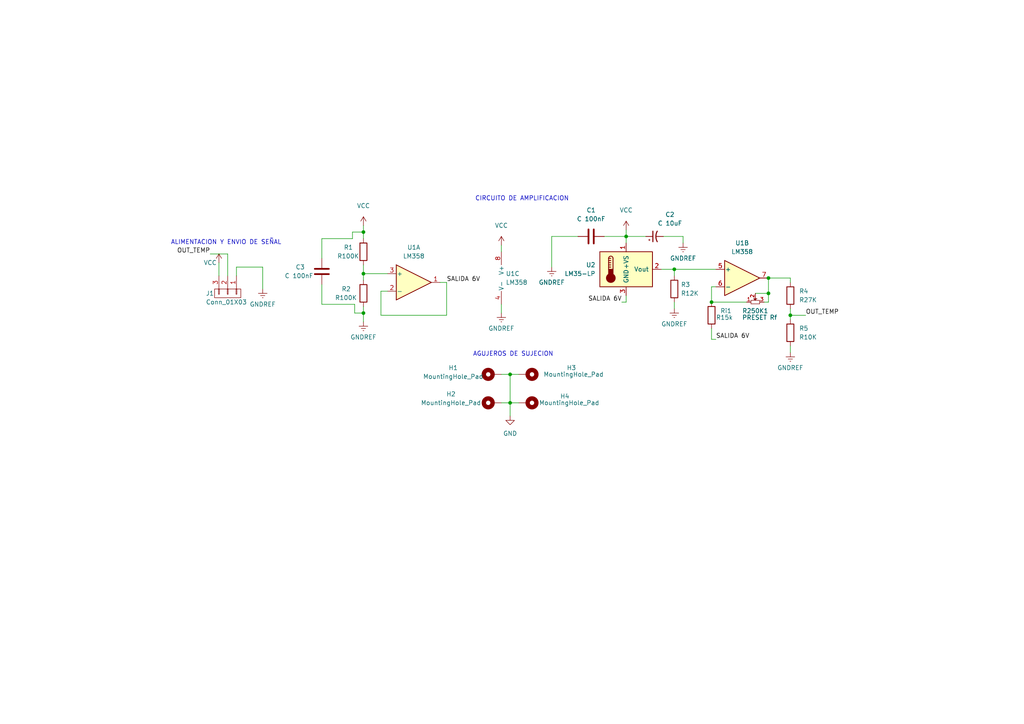
<source format=kicad_sch>
(kicad_sch (version 20211123) (generator eeschema)
  (paper "A4")
  (title_block (title "Módulo Sensor de Temperatura") (date "2022-06-08") (company "E.E.S.T N°5 \"2 de Abril\" de Temperley") (comment 1 "Autor: Romero Gabriel") (comment 2 "Asignatura: Montaje de Proyectos Electrónicos"))
  (lib_symbols
    (symbol "Amplifier_Operational:LM358" (pin_names (offset 0.127))
      (property "Reference" "U" (at 0 5.08 0))
      (property "Value" "LM358" (at 0 -5.08 0))
      (symbol "LM358_1_1"
        (polyline (pts (xy -5.08 5.08) (xy 5.08 0) (xy -5.08 -5.08) (xy -5.08 5.08)) (stroke (width 0.254)) (fill (type background)))
        (pin output line (at 7.62 0 180) (length 2.54) (name "~") (number "1"))
        (pin input line (at -7.62 -2.54 0) (length 2.54) (name "-") (number "2"))
        (pin input line (at -7.62 2.54 0) (length 2.54) (name "+") (number "3"))
      )
      (symbol "LM358_2_1"
        (polyline (pts (xy -5.08 5.08) (xy 5.08 0) (xy -5.08 -5.08) (xy -5.08 5.08)) (stroke (width 0.254)) (fill (type background)))
        (pin input line (at -7.62 2.54 0) (length 2.54) (name "+") (number "5"))
        (pin input line (at -7.62 -2.54 0) (length 2.54) (name "-") (number "6"))
        (pin output line (at 7.62 0 180) (length 2.54) (name "~") (number "7"))
      )
      (symbol "LM358_3_1"
        (pin power_in line (at -2.54 -7.62 90) (length 3.81) (name "V-") (number "4"))
        (pin power_in line (at -2.54 7.62 270) (length 3.81) (name "V+") (number "8"))
      )
    )
    (symbol "Device:C" (pin_numbers hide) (pin_names (offset 0.254))
      (property "Reference" "C" (at 0.635 2.54 0))
      (property "Value" "C" (at 0.635 -2.54 0))
      (symbol "C_0_1"
        (polyline (pts (xy -2.032 -0.762) (xy 2.032 -0.762)) (stroke (width 0.508)))
        (polyline (pts (xy -2.032 0.762) (xy 2.032 0.762)) (stroke (width 0.508)))
      )
      (symbol "C_1_1"
        (pin passive line (at 0 3.81 270) (length 2.794) (name "~") (number "1"))
        (pin passive line (at 0 -3.81 90) (length 2.794) (name "~") (number "2"))
      )
    )
    (symbol "Device:C_Polarized_Small_US" (pin_numbers hide) (pin_names (offset 0.254) hide)
      (property "Reference" "C" (at 0.254 1.778 0))
      (property "Value" "C_Polarized_Small_US" (at 0.254 -2.032 0))
      (symbol "C_Polarized_Small_US_0_1"
        (polyline (pts (xy -1.524 0.508) (xy 1.524 0.508)) (stroke (width 0.3048)))
        (polyline (pts (xy -1.27 1.524) (xy -0.762 1.524)))
        (polyline (pts (xy -1.016 1.27) (xy -1.016 1.778)))
        (arc (start 1.524 -0.762) (mid 0 -0.3734) (end -1.524 -0.762) (stroke (width 0.3048)))
      )
      (symbol "C_Polarized_Small_US_1_1"
        (pin passive line (at 0 2.54 270) (length 2.032) (name "~") (number "1"))
        (pin passive line (at 0 -2.54 90) (length 2.032) (name "~") (number "2"))
      )
    )
    (symbol "Device:R" (pin_numbers hide) (pin_names (offset 0))
      (property "Reference" "R" (at 2.032 0 90))
      (property "Value" "R" (at 0 0 90))
      (symbol "R_0_1"
        (rectangle (start -1.016 -2.54) (end 1.016 2.54) (stroke (width 0.254)))
      )
      (symbol "R_1_1"
        (pin passive line (at 0 3.81 270) (length 1.27) (name "~") (number "1"))
        (pin passive line (at 0 -3.81 90) (length 1.27) (name "~") (number "2"))
      )
    )
    (symbol "EESTN5:Conn_01X03" (pin_names (offset 1.016) hide)
      (property "Reference" "J" (at 0 5.08 0))
      (property "Value" "Conn_01X03" (at 0 -5.08 0))
      (symbol "Conn_01X03_0_1"
        (rectangle (start -1.27 -2.413) (end 0.254 -2.667))
        (rectangle (start -1.27 0.127) (end 0.254 -0.127))
        (rectangle (start -1.27 2.667) (end 0.254 2.413))
        (rectangle (start -1.27 3.81) (end 1.27 -3.81))
      )
      (symbol "Conn_01X03_1_1"
        (pin passive line (at -5.08 2.54 0) (length 3.81) (name "P1") (number "1"))
        (pin passive line (at -5.08 0 0) (length 3.81) (name "P2") (number "2"))
        (pin passive line (at -5.08 -2.54 0) (length 3.81) (name "P3") (number "3"))
      )
    )
    (symbol "EESTN5:POT" (pin_names (offset 1.016) hide)
      (property "Reference" "R" (at 0 -1.27 0))
      (property "Value" "POT" (at 0 -3.81 0))
      (symbol "POT_0_0"
        (rectangle (start -1.27 0.508) (end 1.27 -0.508))
      )
      (symbol "POT_0_1"
        (polyline (pts (xy 0 0.508) (xy -0.508 1.016) (xy 0.508 1.016)) (fill (type outline)))
      )
      (symbol "POT_1_1"
        (pin passive line (at -2.54 0 0) (length 1.27) (name "1") (number "1"))
        (pin passive line (at 0 2.54 270) (length 1.524) (name "2") (number "2"))
        (pin passive line (at 2.54 0 180) (length 1.27) (name "3") (number "3"))
      )
    )
    (symbol "LM358_1" (pin_names (offset 0.127))
      (property "Reference" "U1" (at 0 10.16 0))
      (property "Value" "LM358" (at 0 7.62 0))
      (symbol "LM358_1_1_1"
        (polyline (pts (xy -5.08 5.08) (xy 5.08 0) (xy -5.08 -5.08) (xy -5.08 5.08)) (stroke (width 0.254)) (fill (type background)))
        (pin output line (at 7.62 0 180) (length 2.54) (name "~") (number "1"))
        (pin input line (at -7.62 -2.54 0) (length 2.54) (name "-") (number "2"))
        (pin input line (at -7.62 2.54 0) (length 2.54) (name "+") (number "3"))
      )
      (symbol "LM358_1_2_1"
        (polyline (pts (xy -5.08 5.08) (xy 5.08 0) (xy -5.08 -5.08) (xy -5.08 5.08)) (stroke (width 0.254)) (fill (type background)))
        (pin input line (at -7.62 2.54 0) (length 2.54) (name "+") (number "5"))
        (pin input line (at -7.62 -2.54 0) (length 2.54) (name "-") (number "6"))
        (pin output line (at 7.62 0 180) (length 2.54) (name "~") (number "7"))
      )
      (symbol "LM358_1_3_1"
        (pin power_in line (at -2.54 -7.62 90) (length 3.81) (name "GNDREF") (number "4"))
        (pin power_in line (at -2.54 7.62 270) (length 3.81) (name "VCC") (number "8"))
      )
    )
    (symbol "Mechanical:MountingHole_Pad" (pin_numbers hide) (pin_names (offset 1.016) hide)
      (property "Reference" "H" (at 0 6.35 0))
      (property "Value" "MountingHole_Pad" (at 0 4.445 0))
      (symbol "MountingHole_Pad_0_1"
        (circle (center 0 1.27) (radius 1.27) (stroke (width 1.27)))
      )
      (symbol "MountingHole_Pad_1_1"
        (pin input line (at 0 -2.54 90) (length 2.54) (name "1") (number "1"))
      )
    )
    (symbol "Sensor_Temperature:LM35-LP" (pin_names (offset 1.016))
      (property "Reference" "U" (at -6.35 6.35 0))
      (property "Value" "LM35-LP" (at 1.27 6.35 0))
      (symbol "LM35-LP_0_1"
        (rectangle (start -7.62 5.08) (end 7.62 -5.08) (stroke (width 0.254)) (fill (type background)))
        (circle (center -4.445 -2.54) (radius 1.27) (stroke (width 0.254)) (fill (type outline)))
        (rectangle (start -3.81 -1.905) (end -5.08 0) (stroke (width 0.254)) (fill (type outline)))
        (arc (start -3.81 3.175) (mid -4.445 3.81) (end -5.08 3.175) (stroke (width 0.254)))
        (polyline (pts (xy -5.08 0.635) (xy -4.445 0.635)) (stroke (width 0.254)))
        (polyline (pts (xy -5.08 1.27) (xy -4.445 1.27)) (stroke (width 0.254)))
        (polyline (pts (xy -5.08 1.905) (xy -4.445 1.905)) (stroke (width 0.254)))
        (polyline (pts (xy -5.08 2.54) (xy -4.445 2.54)) (stroke (width 0.254)))
        (polyline (pts (xy -5.08 3.175) (xy -5.08 0)) (stroke (width 0.254)))
        (polyline (pts (xy -5.08 3.175) (xy -4.445 3.175)) (stroke (width 0.254)))
        (polyline (pts (xy -3.81 3.175) (xy -3.81 0)) (stroke (width 0.254)))
      )
      (symbol "LM35-LP_1_1"
        (pin power_in line (at 0 7.62 270) (length 2.54) (name "+VS") (number "1"))
        (pin output line (at 10.16 0 180) (length 2.54) (name "Vout") (number "2"))
        (pin power_in line (at 0 -7.62 90) (length 2.54) (name "GND") (number "3"))
      )
    )
    (symbol "power:GND" (power) (pin_names (offset 0))
      (property "Value" "GND" (at 0 -3.81 0))
      (symbol "GND_0_1"
        (polyline (pts (xy 0 0) (xy 0 -1.27) (xy 1.27 -1.27) (xy 0 -2.54) (xy -1.27 -1.27) (xy 0 -1.27)))
      )
      (symbol "GND_1_1"
        (pin power_in line (at 0 0 270) (length 0) hide (name "GND") (number "1"))
      )
    )
    (symbol "power:GNDREF" (power) (pin_names (offset 0))
      (property "Value" "GNDREF" (at 0 -3.81 0))
      (symbol "GNDREF_0_1"
        (polyline (pts (xy -0.635 -1.905) (xy 0.635 -1.905)))
        (polyline (pts (xy -0.127 -2.54) (xy 0.127 -2.54)))
        (polyline (pts (xy 0 -1.27) (xy 0 0)))
        (polyline (pts (xy 1.27 -1.27) (xy -1.27 -1.27)))
      )
      (symbol "GNDREF_1_1"
        (pin power_in line (at 0 0 270) (length 0) hide (name "GNDREF") (number "1"))
      )
    )
    (symbol "power:VCC" (power) (pin_names (offset 0))
      (property "Value" "VCC" (at 0 3.81 0))
      (symbol "VCC_0_1"
        (polyline (pts (xy -0.762 1.27) (xy 0 2.54)))
        (polyline (pts (xy 0 0) (xy 0 2.54)))
        (polyline (pts (xy 0 2.54) (xy 0.762 1.27)))
      )
      (symbol "VCC_1_1"
        (pin power_in line (at 0 0 90) (length 0) hide (name "VCC") (number "1"))
      )
    )
  )
  (junction (at 105.41 67.31))
  (junction (at 147.955 116.84))
  (junction (at 181.61 68.58))
  (junction (at 105.41 90.805))
  (junction (at 206.375 87.63))
  (junction (at 222.885 80.645))
  (junction (at 147.955 108.585))
  (junction (at 222.885 85.09))
  (junction (at 229.235 91.44))
  (junction (at 105.41 79.375))
  (junction (at 195.58 78.105))
  (wire (pts (xy 102.87 88.265) (xy 102.87 90.805)))
  (wire (pts (xy 105.41 79.375) (xy 105.41 81.28)))
  (wire (pts (xy 105.41 90.805) (xy 105.41 93.345)))
  (wire (pts (xy 76.2 77.47) (xy 76.2 83.82)))
  (wire (pts (xy 181.61 85.725) (xy 181.61 87.63)))
  (wire (pts (xy 229.235 91.44) (xy 233.68 91.44)))
  (wire (pts (xy 198.12 68.58) (xy 198.12 70.485)))
  (wire (pts (xy 60.96 73.66) (xy 66.04 73.66)))
  (wire (pts (xy 206.375 83.185) (xy 207.645 83.185)))
  (wire (pts (xy 191.77 78.105) (xy 195.58 78.105)))
  (wire (pts (xy 129.54 91.44) (xy 129.54 81.915)))
  (wire (pts (xy 206.375 98.425) (xy 207.645 98.425)))
  (wire (pts (xy 167.64 68.58) (xy 160.02 68.58)))
  (wire (pts (xy 229.235 89.535) (xy 229.235 91.44)))
  (wire (pts (xy 93.345 74.93) (xy 93.345 69.215)))
  (wire (pts (xy 229.235 81.915) (xy 229.235 80.645)))
  (wire (pts (xy 195.58 78.105) (xy 195.58 80.01)))
  (wire (pts (xy 105.41 67.31) (xy 105.41 69.215)))
  (wire (pts (xy 181.61 66.675) (xy 181.61 68.58)))
  (wire (pts (xy 110.49 84.455) (xy 110.49 91.44)))
  (wire (pts (xy 68.58 80.01) (xy 68.58 77.47)))
  (wire (pts (xy 192.405 68.58) (xy 198.12 68.58)))
  (wire (pts (xy 147.955 108.585) (xy 147.955 116.84)))
  (wire (pts (xy 222.885 85.09) (xy 222.885 80.645)))
  (wire (pts (xy 93.345 69.215) (xy 102.235 69.215)))
  (wire (pts (xy 105.41 65.405) (xy 105.41 67.31)))
  (wire (pts (xy 93.345 88.265) (xy 102.87 88.265)))
  (wire (pts (xy 222.885 87.63) (xy 222.885 85.09)))
  (wire (pts (xy 229.235 100.33) (xy 229.235 102.235)))
  (wire (pts (xy 181.61 87.63) (xy 180.34 87.63)))
  (wire (pts (xy 181.61 68.58) (xy 181.61 70.485)))
  (wire (pts (xy 181.61 68.58) (xy 187.325 68.58)))
  (wire (pts (xy 175.26 68.58) (xy 181.61 68.58)))
  (wire (pts (xy 229.235 80.645) (xy 222.885 80.645)))
  (wire (pts (xy 160.02 68.58) (xy 160.02 77.47)))
  (wire (pts (xy 129.54 81.915) (xy 127.635 81.915)))
  (wire (pts (xy 195.58 87.63) (xy 195.58 89.535)))
  (wire (pts (xy 102.87 90.805) (xy 105.41 90.805)))
  (wire (pts (xy 110.49 91.44) (xy 129.54 91.44)))
  (wire (pts (xy 195.58 78.105) (xy 207.645 78.105)))
  (wire (pts (xy 147.955 116.84) (xy 150.495 116.84)))
  (wire (pts (xy 206.375 87.63) (xy 216.535 87.63)))
  (wire (pts (xy 145.415 108.585) (xy 147.955 108.585)))
  (wire (pts (xy 206.375 95.25) (xy 206.375 98.425)))
  (wire (pts (xy 105.41 76.835) (xy 105.41 79.375)))
  (wire (pts (xy 66.04 73.66) (xy 66.04 80.01)))
  (wire (pts (xy 68.58 77.47) (xy 76.2 77.47)))
  (wire (pts (xy 221.615 87.63) (xy 222.885 87.63)))
  (wire (pts (xy 147.955 116.84) (xy 147.955 120.65)))
  (wire (pts (xy 102.235 67.31) (xy 105.41 67.31)))
  (wire (pts (xy 145.415 116.84) (xy 147.955 116.84)))
  (wire (pts (xy 145.415 71.12) (xy 145.415 73.025)))
  (wire (pts (xy 219.075 85.09) (xy 222.885 85.09)))
  (wire (pts (xy 105.41 79.375) (xy 112.395 79.375)))
  (wire (pts (xy 105.41 88.9) (xy 105.41 90.805)))
  (wire (pts (xy 206.375 87.63) (xy 206.375 83.185)))
  (wire (pts (xy 63.5 76.2) (xy 63.5 80.01)))
  (wire (pts (xy 145.415 88.265) (xy 145.415 90.805)))
  (wire (pts (xy 93.345 82.55) (xy 93.345 88.265)))
  (wire (pts (xy 112.395 84.455) (xy 110.49 84.455)))
  (wire (pts (xy 147.955 108.585) (xy 150.495 108.585)))
  (wire (pts (xy 102.235 69.215) (xy 102.235 67.31)))
  (wire (pts (xy 229.235 91.44) (xy 229.235 92.71)))
  (text "ALIMENTACION Y ENVIO DE SEÑAL" (at 49.53 71.12 0) (effects (font (size 1.27 1.27)) (justify left bottom)))
  (text "AGUJEROS DE SUJECION" (at 137.16 103.505 0) (effects (font (size 1.27 1.27)) (justify left bottom)))
  (text "CIRCUITO DE AMPLIFICACION" (at 137.795 58.42 0) (effects (font (size 1.27 1.27)) (justify left bottom)))
  (label "SALIDA 6V" (at 180.34 87.63 180))
  (label "SALIDA 6V" (at 207.645 98.425 0))
  (label "OUT_TEMP" (at 60.96 73.66 180))
  (label "OUT_TEMP" (at 233.68 91.44 0))
  (label "SALIDA 6V" (at 129.54 81.915 0))
  (symbol (lib_id "Mechanical:MountingHole_Pad") (at 142.875 116.84 90) (unit 1)
    (property "Reference" "H2" (at 130.81 114.3 90))
    (property "Value" "MountingHole_Pad" (at 130.81 116.84 90))
    (property "Footprint" "MountingHole:MountingHole_3mm_Pad" (effects hide))
  )
  (symbol (lib_id "Device:R") (at 206.375 91.44 0) (unit 1)
    (property "Reference" "Ri1" (at 208.915 90.1699 0) (effects (justify left)))
    (property "Value" "R15k" (at 207.645 92.075 0) (effects (justify left)))
    (property "Footprint" "EESTN5:RES0.3" (effects hide))
  )
  (symbol (lib_id "power:GNDREF") (at 229.235 102.235 0) (unit 1)
    (property "Reference" "#PWR07" (effects hide))
    (property "Value" "GNDREF" (at 229.235 106.68 0))
  )
  (symbol (lib_id "Sensor_Temperature:LM35-LP") (at 181.61 78.105 0) (unit 1)
    (property "Reference" "U2" (at 172.72 76.8349 0) (effects (justify right)))
    (property "Value" "LM35-LP" (at 172.72 79.3749 0) (effects (justify right)))
    (property "Footprint" "EESTN5:Pin_Header_3" (effects hide))
    (property "Datasheet" "http://www.ti.com/lit/ds/symlink/lm35.pdf" (effects hide))
  )
  (symbol (lib_id "power:VCC") (at 181.61 66.675 0) (unit 1)
    (property "Reference" "#PWR04" (effects hide))
    (property "Value" "VCC" (at 181.61 60.96 0))
  )
  (symbol (lib_id "power:GNDREF") (at 105.41 93.345 0) (unit 1)
    (property "Reference" "#PWR02" (effects hide))
    (property "Value" "GNDREF" (at 105.41 97.79 0))
  )
  (symbol (lib_id "Device:R") (at 229.235 85.725 0) (unit 1)
    (property "Reference" "R4" (at 231.775 84.4549 0) (effects (justify left)))
    (property "Value" "R27K" (at 231.775 86.9949 0) (effects (justify left)))
    (property "Footprint" "EESTN5:RES0.3" (effects hide))
  )
  (symbol (lib_id "power:GNDREF") (at 195.58 89.535 0) (unit 1)
    (property "Reference" "#PWR05" (effects hide))
    (property "Value" "GNDREF" (at 195.58 93.98 0))
  )
  (symbol (lib_id "EESTN5:POT") (at 219.075 87.63 0) (unit 1)
    (property "Reference" "R250K1" (at 219.075 90.17 0))
    (property "Value" "PRESET Rf" (at 220.345 92.075 0))
    (property "Footprint" "EESTN5:Pin_Header_3" (effects hide))
  )
  (symbol (lib_id "Amplifier_Operational:LM358") (at 215.265 80.645 0) (unit 2)
    (property "Reference" "U1" (at 215.265 70.485 0))
    (property "Value" "LM358" (at 215.265 73.025 0))
    (property "Footprint" "EESTN5:DIP-8" (effects hide))
    (property "Datasheet" "http://www.ti.com/lit/ds/symlink/lm2904-n.pdf" (effects hide))
  )
  (symbol (lib_id "power:VCC") (at 105.41 65.405 0) (unit 1)
    (property "Reference" "#PWR01" (effects hide))
    (property "Value" "VCC" (at 105.41 59.69 0))
  )
  (symbol (lib_id "power:GND") (at 147.955 120.65 0) (unit 1)
    (property "Reference" "#PWR0106" (effects hide))
    (property "Value" "GND" (at 147.955 125.73 0))
  )
  (symbol (lib_id "Device:C") (at 171.45 68.58 90) (unit 1)
    (property "Reference" "C1" (at 171.45 60.96 90))
    (property "Value" "C 100nF" (at 171.45 63.5 90))
    (property "Footprint" "EESTN5:CAP_0.1" (effects hide))
  )
  (symbol (lib_id "Device:R") (at 105.41 85.09 0) (unit 1)
    (property "Reference" "R2" (at 99.06 83.82 0) (effects (justify left)))
    (property "Value" "R100K" (at 97.155 86.36 0) (effects (justify left)))
    (property "Footprint" "EESTN5:RES0.3" (effects hide))
  )
  (symbol (lib_id "Mechanical:MountingHole_Pad") (at 153.035 116.84 270) (unit 1)
    (property "Reference" "H4" (at 163.83 114.935 90))
    (property "Value" "MountingHole_Pad" (at 165.1 116.84 90))
    (property "Footprint" "MountingHole:MountingHole_3mm_Pad" (effects hide))
  )
  (symbol (lib_id "EESTN5:Conn_01X03") (at 66.04 85.09 270) (unit 1)
    (property "Reference" "J1" (at 59.69 85.09 90) (effects (justify left)))
    (property "Value" "Conn_01X03" (at 59.69 87.63 90) (effects (justify left)))
    (property "Footprint" "EESTN5:Cable_3_1,5mm" (effects hide))
  )
  (symbol (lib_id "Amplifier_Operational:LM358") (at 147.955 80.645 0) (unit 3)
    (property "Reference" "U1" (at 146.685 79.3749 0) (effects (justify left)))
    (property "Value" "LM358" (at 146.685 81.9149 0) (effects (justify left)))
    (property "Footprint" "EESTN5:DIP-8" (effects hide))
    (property "Datasheet" "http://www.ti.com/lit/ds/symlink/lm2904-n.pdf" (effects hide))
  )
  (symbol (lib_id "Device:C") (at 93.345 78.74 0) (unit 1)
    (property "Reference" "C3" (at 85.725 77.47 0) (effects (justify left)))
    (property "Value" "C 100nF" (at 82.55 80.01 0) (effects (justify left)))
    (property "Footprint" "EESTN5:CAP_0.1" (effects hide))
  )
  (symbol (lib_id "Device:C_Polarized_Small_US") (at 189.865 68.58 90) (unit 1)
    (property "Reference" "C2" (at 194.31 62.23 90))
    (property "Value" "C 10uF" (at 194.31 64.77 90))
    (property "Footprint" "EESTN5:CAP_ELEC_5x11mm" (effects hide))
  )
  (symbol (lib_id "power:GNDREF") (at 160.02 77.47 0) (unit 1)
    (property "Reference" "#PWR03" (effects hide))
    (property "Value" "GNDREF" (at 160.02 81.915 0))
  )
  (symbol (lib_id "power:VCC") (at 63.5 76.2 0) (unit 1)
    (property "Reference" "#PWR0101" (effects hide))
    (property "Value" "VCC" (at 60.96 76.2 0))
  )
  (symbol (lib_id "power:GNDREF") (at 145.415 90.805 0) (unit 1)
    (property "Reference" "#PWR011" (effects hide))
    (property "Value" "GNDREF" (at 145.415 95.25 0))
  )
  (symbol (lib_id "Mechanical:MountingHole_Pad") (at 142.875 108.585 90) (unit 1)
    (property "Reference" "H1" (at 131.445 106.68 90))
    (property "Value" "MountingHole_Pad" (at 131.445 109.22 90))
    (property "Footprint" "MountingHole:MountingHole_3mm_Pad" (effects hide))
  )
  (symbol (lib_id "Device:R") (at 229.235 96.52 0) (unit 1)
    (property "Reference" "R5" (at 231.775 95.2499 0) (effects (justify left)))
    (property "Value" "R10K" (at 231.775 97.7899 0) (effects (justify left)))
    (property "Footprint" "EESTN5:RES0.3" (effects hide))
  )
  (symbol (lib_id "power:VCC") (at 145.415 71.12 0) (unit 1)
    (property "Reference" "#PWR010" (effects hide))
    (property "Value" "VCC" (at 145.415 65.405 0))
  )
  (symbol (lib_id "Mechanical:MountingHole_Pad") (at 153.035 108.585 270) (unit 1)
    (property "Reference" "H3" (at 165.735 106.68 90))
    (property "Value" "MountingHole_Pad" (at 166.37 108.585 90))
    (property "Footprint" "MountingHole:MountingHole_3mm_Pad" (effects hide))
  )
  (symbol (lib_name "LM358_1") (lib_id "Amplifier_Operational:LM358") (at 120.015 81.915 0) (unit 1)
    (property "Reference" "U1" (at 120.015 71.755 0))
    (property "Value" "LM358" (at 120.015 74.295 0))
    (property "Footprint" "EESTN5:DIP-8" (effects hide))
    (property "Datasheet" "http://www.ti.com/lit/ds/symlink/lm2904-n.pdf" (effects hide))
  )
  (symbol (lib_id "power:GNDREF") (at 76.2 83.82 0) (unit 1)
    (property "Reference" "#PWR0102" (effects hide))
    (property "Value" "GNDREF" (at 76.2 88.265 0))
  )
  (symbol (lib_id "Device:R") (at 105.41 73.025 0) (unit 1)
    (property "Reference" "R1" (at 99.695 71.755 0) (effects (justify left)))
    (property "Value" "R100K" (at 97.79 74.295 0) (effects (justify left)))
    (property "Footprint" "EESTN5:RES0.3" (effects hide))
  )
  (symbol (lib_id "power:GNDREF") (at 198.12 70.485 0) (unit 1)
    (property "Reference" "#PWR06" (effects hide))
    (property "Value" "GNDREF" (at 198.12 74.93 0))
  )
  (symbol (lib_id "Device:R") (at 195.58 83.82 0) (unit 1)
    (property "Reference" "R3" (at 197.485 82.5499 0) (effects (justify left)))
    (property "Value" "R12K" (at 197.485 85.0899 0) (effects (justify left)))
    (property "Footprint" "EESTN5:RES0.3" (effects hide))
  )
)
</source>
